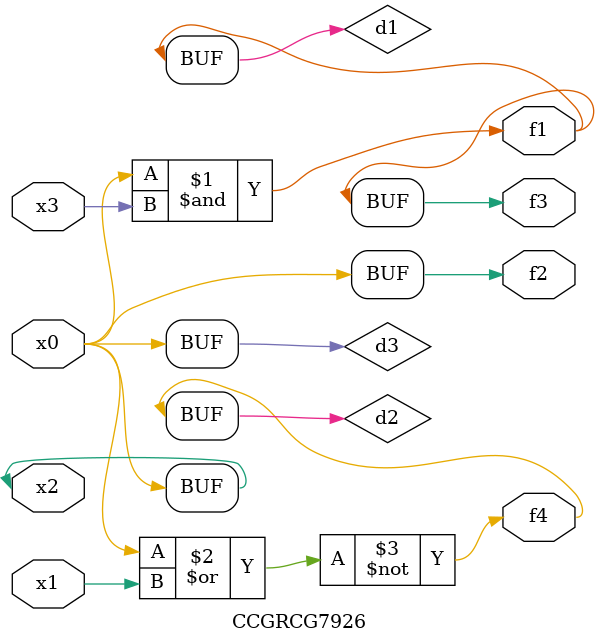
<source format=v>
module CCGRCG7926(
	input x0, x1, x2, x3,
	output f1, f2, f3, f4
);

	wire d1, d2, d3;

	and (d1, x2, x3);
	nor (d2, x0, x1);
	buf (d3, x0, x2);
	assign f1 = d1;
	assign f2 = d3;
	assign f3 = d1;
	assign f4 = d2;
endmodule

</source>
